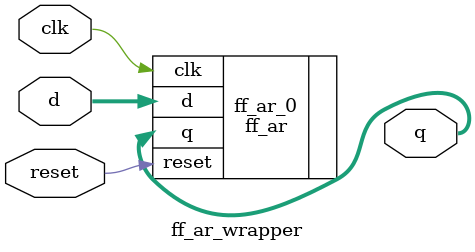
<source format=v>
module ff_ar_wrapper(input        clk, reset,
                     input [3:0]  d,
                     output [3:0] q);
   ff_ar ff_ar_0(
                 .clk(clk),
                 .reset(reset),
                 .d(d),
                 .q(q)
                 );

endmodule // ff_ar_wrapper

</source>
